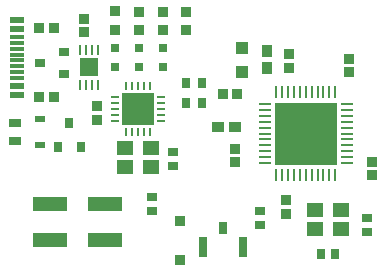
<source format=gbr>
%TF.GenerationSoftware,Altium Limited,Altium Designer,24.10.1 (45)*%
G04 Layer_Color=8421504*
%FSLAX45Y45*%
%MOMM*%
%TF.SameCoordinates,D2505BA3-E522-476C-ACF0-F4815D070146*%
%TF.FilePolarity,Positive*%
%TF.FileFunction,Paste,Top*%
%TF.Part,Single*%
G01*
G75*
%TA.AperFunction,SMDPad,CuDef*%
%ADD10R,0.96822X1.00650*%
%ADD11R,0.81213X0.85776*%
%ADD12R,1.15000X0.60000*%
%ADD13R,1.15000X0.30000*%
%ADD14R,2.80000X2.80000*%
%ADD15O,0.25000X0.70000*%
%ADD16O,0.70000X0.25000*%
G04:AMPARAMS|DCode=17|XSize=0.85mm|YSize=0.25mm|CornerRadius=0.125mm|HoleSize=0mm|Usage=FLASHONLY|Rotation=270.000|XOffset=0mm|YOffset=0mm|HoleType=Round|Shape=RoundedRectangle|*
%AMROUNDEDRECTD17*
21,1,0.85000,0.00000,0,0,270.0*
21,1,0.60000,0.25000,0,0,270.0*
1,1,0.25000,0.00000,-0.30000*
1,1,0.25000,0.00000,0.30000*
1,1,0.25000,0.00000,0.30000*
1,1,0.25000,0.00000,-0.30000*
%
%ADD17ROUNDEDRECTD17*%
%ADD18R,1.60000X1.50000*%
%ADD19R,0.65872X0.81213*%
%ADD20R,1.00650X0.96822*%
%ADD21R,0.85776X0.81213*%
%ADD22R,0.90000X0.75000*%
%ADD23R,0.75000X0.90000*%
%ADD24R,0.80000X0.80000*%
%ADD25R,0.91213X0.85872*%
%ADD26R,0.85490X0.90620*%
%TA.AperFunction,ConnectorPad*%
%ADD27R,2.92000X1.27000*%
%TA.AperFunction,SMDPad,CuDef*%
%ADD28R,0.85000X0.85000*%
%ADD29R,1.40000X1.15000*%
%ADD30R,5.30000X5.30000*%
%ADD31O,0.25000X1.05000*%
%ADD32O,1.05000X0.25000*%
%ADD33R,1.00000X1.00000*%
%ADD34R,0.83000X0.63000*%
%ADD35R,1.00000X0.75000*%
%ADD36R,0.80000X0.90000*%
%ADD37R,0.90000X0.80000*%
%ADD38R,0.86213X0.66370*%
%ADD39R,0.80000X1.70000*%
%ADD40R,0.80000X1.10000*%
D10*
X2883100Y2291587D02*
D03*
Y2146416D02*
D03*
D11*
X1447499Y1827718D02*
D03*
Y1712282D02*
D03*
X1330000Y2567719D02*
D03*
Y2452282D02*
D03*
X2610000Y1352282D02*
D03*
Y1467718D02*
D03*
X3040000Y914563D02*
D03*
Y1030000D02*
D03*
X3580000Y2227718D02*
D03*
Y2112282D02*
D03*
X3770000Y1242281D02*
D03*
Y1357718D02*
D03*
X3067500Y2265218D02*
D03*
Y2149782D02*
D03*
D12*
X767500Y2559000D02*
D03*
Y1919000D02*
D03*
Y2479000D02*
D03*
Y1999000D02*
D03*
D13*
Y2214000D02*
D03*
Y2264000D02*
D03*
Y2164000D02*
D03*
Y2114000D02*
D03*
Y2064000D02*
D03*
Y2314000D02*
D03*
Y2364000D02*
D03*
Y2414000D02*
D03*
D14*
X1790000Y1800000D02*
D03*
D15*
X1690000Y1995000D02*
D03*
X1740000D02*
D03*
X1790000D02*
D03*
X1840000D02*
D03*
X1890000D02*
D03*
Y1605000D02*
D03*
X1840000D02*
D03*
X1790000D02*
D03*
X1740000D02*
D03*
X1690000D02*
D03*
D16*
X1985000Y1900000D02*
D03*
Y1850000D02*
D03*
Y1800000D02*
D03*
Y1750000D02*
D03*
Y1700000D02*
D03*
X1595000D02*
D03*
Y1750000D02*
D03*
Y1800000D02*
D03*
Y1850000D02*
D03*
Y1900000D02*
D03*
D17*
X1450000Y2300000D02*
D03*
X1400000D02*
D03*
X1350000D02*
D03*
X1300000D02*
D03*
Y2010000D02*
D03*
X1350000D02*
D03*
X1400000D02*
D03*
X1450000D02*
D03*
D18*
X1375000Y2155000D02*
D03*
D19*
X2198830Y2021493D02*
D03*
X2334171D02*
D03*
X2197528Y1851762D02*
D03*
X2332870D02*
D03*
D20*
X2464829Y1650000D02*
D03*
X2610000D02*
D03*
D21*
X2512281Y1930000D02*
D03*
X2627718D02*
D03*
D22*
X1910000Y1060000D02*
D03*
Y940000D02*
D03*
X2090000Y1440000D02*
D03*
Y1320000D02*
D03*
X3733200Y881200D02*
D03*
Y761200D02*
D03*
D23*
X3340000Y575000D02*
D03*
X3460000D02*
D03*
D24*
X2000000Y2157500D02*
D03*
Y2322500D02*
D03*
X1600000Y2320000D02*
D03*
Y2160000D02*
D03*
X1800000Y2160000D02*
D03*
Y2320000D02*
D03*
D25*
X2200000Y2472329D02*
D03*
Y2627671D02*
D03*
X1800000Y2472329D02*
D03*
Y2627671D02*
D03*
X1600000Y2474659D02*
D03*
Y2630000D02*
D03*
X2000000Y2627671D02*
D03*
Y2472329D02*
D03*
D26*
X953435Y2489200D02*
D03*
X1078565D02*
D03*
Y1905000D02*
D03*
X953435D02*
D03*
D27*
X1510000Y995000D02*
D03*
Y695000D02*
D03*
X1047000Y995000D02*
D03*
Y695000D02*
D03*
D28*
X2150000Y520000D02*
D03*
Y855000D02*
D03*
D29*
X3290000Y790000D02*
D03*
X3510000D02*
D03*
Y950000D02*
D03*
X3290000D02*
D03*
X1680000Y1310000D02*
D03*
X1900000D02*
D03*
Y1470000D02*
D03*
X1680000D02*
D03*
D30*
X3210760Y1595100D02*
D03*
D31*
X2960760Y1942600D02*
D03*
X3010760Y1942600D02*
D03*
X3060760D02*
D03*
X3110760D02*
D03*
X3160760Y1942600D02*
D03*
X3210760D02*
D03*
X3260760D02*
D03*
X3310760Y1942600D02*
D03*
X3360760D02*
D03*
X3410760Y1942600D02*
D03*
X3460760D02*
D03*
X3460760Y1247601D02*
D03*
X3410760D02*
D03*
X3360760Y1247600D02*
D03*
X3310760D02*
D03*
X3260760Y1247601D02*
D03*
X3210760D02*
D03*
X3160760D02*
D03*
X3110760Y1247600D02*
D03*
X3060760D02*
D03*
X3010760D02*
D03*
X2960760Y1247601D02*
D03*
D32*
X3558260Y1845100D02*
D03*
Y1795100D02*
D03*
Y1745100D02*
D03*
X3558260Y1695100D02*
D03*
X3558259Y1645100D02*
D03*
Y1595100D02*
D03*
X3558260Y1545100D02*
D03*
Y1495100D02*
D03*
Y1445100D02*
D03*
X3558260Y1395100D02*
D03*
Y1345100D02*
D03*
X2863260D02*
D03*
Y1395100D02*
D03*
X2863260Y1445100D02*
D03*
Y1495100D02*
D03*
Y1545100D02*
D03*
X2863260Y1595100D02*
D03*
Y1645100D02*
D03*
X2863260Y1695100D02*
D03*
Y1745100D02*
D03*
Y1795100D02*
D03*
Y1845100D02*
D03*
D33*
X2670000Y2320000D02*
D03*
Y2120000D02*
D03*
D34*
X960000Y1498500D02*
D03*
Y1721500D02*
D03*
D35*
X750000Y1685000D02*
D03*
Y1535000D02*
D03*
D36*
X1115000Y1480000D02*
D03*
X1305000D02*
D03*
X1210000Y1680000D02*
D03*
D37*
X1160096Y2099145D02*
D03*
Y2289145D02*
D03*
X960096Y2194145D02*
D03*
D38*
X2820000Y817061D02*
D03*
Y942939D02*
D03*
D39*
X2680000Y630000D02*
D03*
X2340000D02*
D03*
D40*
X2510000Y795000D02*
D03*
%TF.MD5,b328537778530f3d80f0f5a2c6fce96c*%
M02*

</source>
